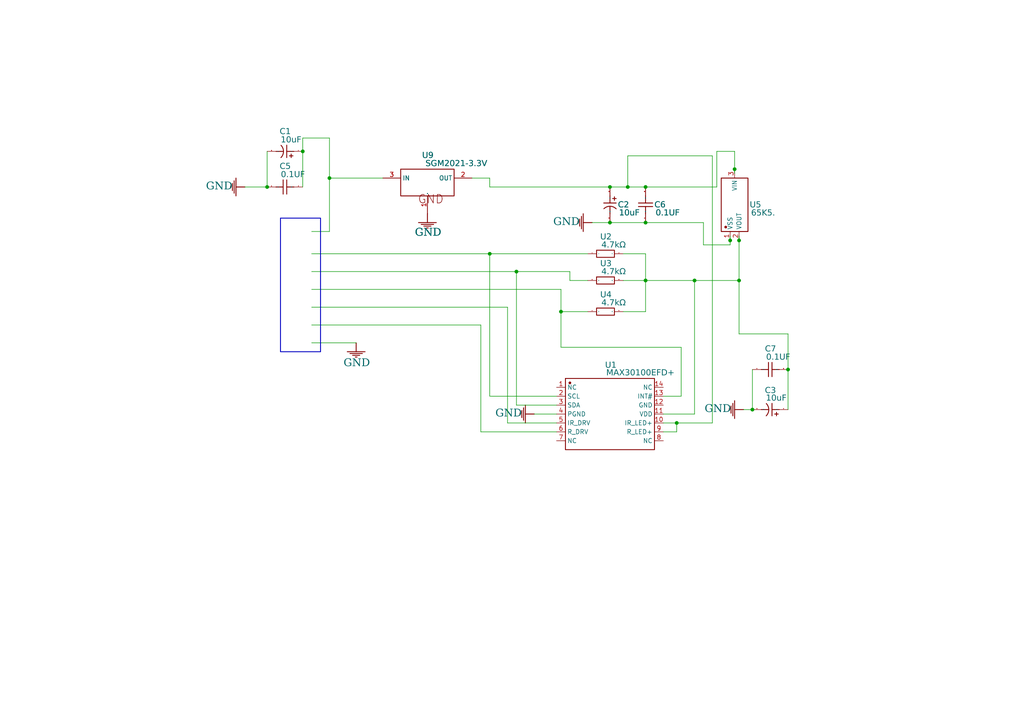
<source format=kicad_sch>
(kicad_sch
	(version 20231120)
	(generator "eeschema")
	(generator_version "8.0")
	(uuid "eb8fcd8c-e7d0-4698-a70f-423d5b662554")
	(paper "User" 292.1 205.105)
	(lib_symbols
		(symbol "250V 0.1UF 5% CBBCapacitor"
			(exclude_from_sim no)
			(in_bom yes)
			(on_board yes)
			(property "Reference" "C5"
				(at -1.4986 6.7691 0)
				(effects
					(font
						(face "Arial")
						(size 1.6891 1.6891)
					)
					(justify left top)
				)
			)
			(property "Value" "0.1UF"
				(at -1.4986 4.4831 0)
				(effects
					(font
						(face "Arial")
						(size 1.6891 1.6891)
					)
					(justify left top)
				)
			)
			(property "Footprint" ""
				(at 0 0 0)
				(effects
					(font
						(size 1.27 1.27)
					)
					(hide yes)
				)
			)
			(property "Datasheet" ""
				(at 0 0 0)
				(effects
					(font
						(size 1.27 1.27)
					)
					(hide yes)
				)
			)
			(property "Description" ""
				(at 0 0 0)
				(effects
					(font
						(size 1.27 1.27)
					)
					(hide yes)
				)
			)
			(symbol "250V 0.1UF 5% CBBCapacitor_0_0"
				(polyline
					(pts
						(xy -0.508 -2.032) (xy -0.508 2.032)
					)
					(stroke
						(width 0.254)
						(type solid)
					)
					(fill
						(type none)
					)
				)
				(polyline
					(pts
						(xy -0.508 0) (xy -2.54 0)
					)
					(stroke
						(width 0.254)
						(type solid)
					)
					(fill
						(type none)
					)
				)
				(polyline
					(pts
						(xy 0.508 2.032) (xy 0.508 -2.032)
					)
					(stroke
						(width 0.254)
						(type solid)
					)
					(fill
						(type none)
					)
				)
				(polyline
					(pts
						(xy 2.54 0) (xy 0.508 0)
					)
					(stroke
						(width 0.254)
						(type solid)
					)
					(fill
						(type none)
					)
				)
				(pin unspecified line
					(at -5.08 0 0)
					(length 2.54)
					(name "1"
						(effects
							(font
								(size 0.0254 0.0254)
							)
						)
					)
					(number "1"
						(effects
							(font
								(size 0.0254 0.0254)
							)
						)
					)
				)
				(pin unspecified line
					(at 5.08 0 180)
					(length 2.54)
					(name "2"
						(effects
							(font
								(size 0.0254 0.0254)
							)
						)
					)
					(number "2"
						(effects
							(font
								(size 0.0254 0.0254)
							)
						)
					)
				)
			)
		)
		(symbol "250V 0.1UF 5% CBBCapacitor_1"
			(exclude_from_sim no)
			(in_bom yes)
			(on_board yes)
			(property "Reference" "C6"
				(at 2.54 0.8763 0)
				(effects
					(font
						(face "Arial")
						(size 1.6891 1.6891)
					)
					(justify left top)
				)
			)
			(property "Value" "0.1UF"
				(at 2.54 -1.3589 0)
				(effects
					(font
						(face "Arial")
						(size 1.6891 1.6891)
					)
					(justify left top)
				)
			)
			(property "Footprint" ""
				(at 0 0 0)
				(effects
					(font
						(size 1.27 1.27)
					)
					(hide yes)
				)
			)
			(property "Datasheet" ""
				(at 0 0 0)
				(effects
					(font
						(size 1.27 1.27)
					)
					(hide yes)
				)
			)
			(property "Description" ""
				(at 0 0 0)
				(effects
					(font
						(size 1.27 1.27)
					)
					(hide yes)
				)
			)
			(symbol "250V 0.1UF 5% CBBCapacitor_1_0_0"
				(polyline
					(pts
						(xy -2.032 0.508) (xy 2.032 0.508)
					)
					(stroke
						(width 0.254)
						(type solid)
					)
					(fill
						(type none)
					)
				)
				(polyline
					(pts
						(xy 0 -0.508) (xy 0 -2.54)
					)
					(stroke
						(width 0.254)
						(type solid)
					)
					(fill
						(type none)
					)
				)
				(polyline
					(pts
						(xy 0 2.54) (xy 0 0.508)
					)
					(stroke
						(width 0.254)
						(type solid)
					)
					(fill
						(type none)
					)
				)
				(polyline
					(pts
						(xy 2.032 -0.508) (xy -2.032 -0.508)
					)
					(stroke
						(width 0.254)
						(type solid)
					)
					(fill
						(type none)
					)
				)
				(pin unspecified line
					(at 0 -5.08 90)
					(length 2.54)
					(name "1"
						(effects
							(font
								(size 0.0254 0.0254)
							)
						)
					)
					(number "1"
						(effects
							(font
								(size 0.0254 0.0254)
							)
						)
					)
				)
				(pin unspecified line
					(at 0 5.08 270)
					(length 2.54)
					(name "2"
						(effects
							(font
								(size 0.0254 0.0254)
							)
						)
					)
					(number "2"
						(effects
							(font
								(size 0.0254 0.0254)
							)
						)
					)
				)
			)
		)
		(symbol "250V 0.1UF 5% CBBCapacitor_2"
			(exclude_from_sim no)
			(in_bom yes)
			(on_board yes)
			(property "Reference" "C7"
				(at -1.4986 6.7691 0)
				(effects
					(font
						(face "Arial")
						(size 1.6891 1.6891)
					)
					(justify left top)
				)
			)
			(property "Value" "0.1UF"
				(at -1.4986 4.4831 0)
				(effects
					(font
						(face "Arial")
						(size 1.6891 1.6891)
					)
					(justify left top)
				)
			)
			(property "Footprint" ""
				(at 0 0 0)
				(effects
					(font
						(size 1.27 1.27)
					)
					(hide yes)
				)
			)
			(property "Datasheet" ""
				(at 0 0 0)
				(effects
					(font
						(size 1.27 1.27)
					)
					(hide yes)
				)
			)
			(property "Description" ""
				(at 0 0 0)
				(effects
					(font
						(size 1.27 1.27)
					)
					(hide yes)
				)
			)
			(symbol "250V 0.1UF 5% CBBCapacitor_2_0_0"
				(polyline
					(pts
						(xy -0.508 -2.032) (xy -0.508 2.032)
					)
					(stroke
						(width 0.254)
						(type solid)
					)
					(fill
						(type none)
					)
				)
				(polyline
					(pts
						(xy -0.508 0) (xy -2.54 0)
					)
					(stroke
						(width 0.254)
						(type solid)
					)
					(fill
						(type none)
					)
				)
				(polyline
					(pts
						(xy 0.508 2.032) (xy 0.508 -2.032)
					)
					(stroke
						(width 0.254)
						(type solid)
					)
					(fill
						(type none)
					)
				)
				(polyline
					(pts
						(xy 2.54 0) (xy 0.508 0)
					)
					(stroke
						(width 0.254)
						(type solid)
					)
					(fill
						(type none)
					)
				)
				(pin unspecified line
					(at -5.08 0 0)
					(length 2.54)
					(name "1"
						(effects
							(font
								(size 0.0254 0.0254)
							)
						)
					)
					(number "1"
						(effects
							(font
								(size 0.0254 0.0254)
							)
						)
					)
				)
				(pin unspecified line
					(at 5.08 0 180)
					(length 2.54)
					(name "2"
						(effects
							(font
								(size 0.0254 0.0254)
							)
						)
					)
					(number "2"
						(effects
							(font
								(size 0.0254 0.0254)
							)
						)
					)
				)
			)
		)
		(symbol "65K5."
			(exclude_from_sim no)
			(in_bom yes)
			(on_board yes)
			(property "Reference" "U5"
				(at 4.318 0.8763 0)
				(effects
					(font
						(face "Arial")
						(size 1.6891 1.6891)
					)
					(justify left top)
				)
			)
			(property "Value" "65K5."
				(at 4.318 -1.3843 0)
				(effects
					(font
						(face "Arial")
						(size 1.6891 1.6891)
					)
					(justify left top)
				)
			)
			(property "Footprint" ""
				(at 0 0 0)
				(effects
					(font
						(size 1.27 1.27)
					)
					(hide yes)
				)
			)
			(property "Datasheet" ""
				(at 0 0 0)
				(effects
					(font
						(size 1.27 1.27)
					)
					(hide yes)
				)
			)
			(property "Description" ""
				(at 0 0 0)
				(effects
					(font
						(size 1.27 1.27)
					)
					(hide yes)
				)
			)
			(symbol "65K5._0_0"
				(rectangle
					(start -3.81 7.62)
					(end 3.81 -7.62)
					(stroke
						(width 0.254)
						(type solid)
					)
					(fill
						(type none)
					)
				)
				(circle
					(center -2.54 -6.35)
					(radius 0.254)
					(stroke
						(width 0.254)
						(type solid)
					)
					(fill
						(type outline)
					)
				)
				(pin unspecified line
					(at -1.27 -10.16 90)
					(length 2.54)
					(name "VSS"
						(effects
							(font
								(size 1.27 1.27)
							)
						)
					)
					(number "1"
						(effects
							(font
								(size 1.27 1.27)
							)
						)
					)
				)
				(pin unspecified line
					(at 1.27 -10.16 90)
					(length 2.54)
					(name "VOUT"
						(effects
							(font
								(size 1.27 1.27)
							)
						)
					)
					(number "2"
						(effects
							(font
								(size 1.27 1.27)
							)
						)
					)
				)
				(pin unspecified line
					(at 0 10.16 270)
					(length 2.54)
					(name "VIN"
						(effects
							(font
								(size 1.27 1.27)
							)
						)
					)
					(number "3"
						(effects
							(font
								(size 1.27 1.27)
							)
						)
					)
				)
			)
		)
		(symbol "CA45A-P-6.3V-10UF-K"
			(exclude_from_sim no)
			(in_bom yes)
			(on_board yes)
			(property "Reference" "C1"
				(at -1.4986 6.5405 0)
				(effects
					(font
						(face "Arial")
						(size 1.6891 1.6891)
					)
					(justify left top)
				)
			)
			(property "Value" "10uF"
				(at -1.4986 4.2291 0)
				(effects
					(font
						(face "Arial")
						(size 1.6891 1.6891)
					)
					(justify left top)
				)
			)
			(property "Footprint" ""
				(at 0 0 0)
				(effects
					(font
						(size 1.27 1.27)
					)
					(hide yes)
				)
			)
			(property "Datasheet" ""
				(at 0 0 0)
				(effects
					(font
						(size 1.27 1.27)
					)
					(hide yes)
				)
			)
			(property "Description" ""
				(at 0 0 0)
				(effects
					(font
						(size 1.27 1.27)
					)
					(hide yes)
				)
			)
			(symbol "CA45A-P-6.3V-10UF-K_0_0"
				(arc
					(start -1.143 -1.778)
					(mid -0.4141 -0.0272)
					(end -1.1176 1.7272)
					(stroke
						(width 0.254)
						(type solid)
					)
					(fill
						(type none)
					)
				)
				(polyline
					(pts
						(xy -0.508 0) (xy -2.54 0)
					)
					(stroke
						(width 0.254)
						(type solid)
					)
					(fill
						(type none)
					)
				)
				(polyline
					(pts
						(xy 0.508 -1.778) (xy 0.508 1.778)
					)
					(stroke
						(width 0.254)
						(type solid)
					)
					(fill
						(type none)
					)
				)
				(polyline
					(pts
						(xy 1.778 -1.778) (xy 1.778 -0.762)
					)
					(stroke
						(width 0.254)
						(type solid)
					)
					(fill
						(type none)
					)
				)
				(polyline
					(pts
						(xy 2.286 -1.27) (xy 1.27 -1.27)
					)
					(stroke
						(width 0.254)
						(type solid)
					)
					(fill
						(type none)
					)
				)
				(polyline
					(pts
						(xy 2.54 0) (xy 0.508 0)
					)
					(stroke
						(width 0.254)
						(type solid)
					)
					(fill
						(type none)
					)
				)
				(pin input line
					(at 5.08 0 180)
					(length 2.54)
					(name "1"
						(effects
							(font
								(size 0.0254 0.0254)
							)
						)
					)
					(number "1"
						(effects
							(font
								(size 0.0254 0.0254)
							)
						)
					)
				)
				(pin input line
					(at -5.08 0 0)
					(length 2.54)
					(name "2"
						(effects
							(font
								(size 0.0254 0.0254)
							)
						)
					)
					(number "2"
						(effects
							(font
								(size 0.0254 0.0254)
							)
						)
					)
				)
			)
		)
		(symbol "CA45A-P-6.3V-10UF-K_1"
			(exclude_from_sim no)
			(in_bom yes)
			(on_board yes)
			(property "Reference" "C2"
				(at 2.286 0.8763 0)
				(effects
					(font
						(face "Arial")
						(size 1.6891 1.6891)
					)
					(justify left top)
				)
			)
			(property "Value" "10uF"
				(at 2.286 -1.3589 0)
				(effects
					(font
						(face "Arial")
						(size 1.6891 1.6891)
					)
					(justify left top)
				)
			)
			(property "Footprint" ""
				(at 0 0 0)
				(effects
					(font
						(size 1.27 1.27)
					)
					(hide yes)
				)
			)
			(property "Datasheet" ""
				(at 0 0 0)
				(effects
					(font
						(size 1.27 1.27)
					)
					(hide yes)
				)
			)
			(property "Description" ""
				(at 0 0 0)
				(effects
					(font
						(size 1.27 1.27)
					)
					(hide yes)
				)
			)
			(symbol "CA45A-P-6.3V-10UF-K_1_0_0"
				(polyline
					(pts
						(xy 0 -0.508) (xy 0 -2.54)
					)
					(stroke
						(width 0.254)
						(type solid)
					)
					(fill
						(type none)
					)
				)
				(polyline
					(pts
						(xy 0 2.54) (xy 0 0.508)
					)
					(stroke
						(width 0.254)
						(type solid)
					)
					(fill
						(type none)
					)
				)
				(polyline
					(pts
						(xy 1.27 2.286) (xy 1.27 1.27)
					)
					(stroke
						(width 0.254)
						(type solid)
					)
					(fill
						(type none)
					)
				)
				(polyline
					(pts
						(xy 1.778 0.508) (xy -1.778 0.508)
					)
					(stroke
						(width 0.254)
						(type solid)
					)
					(fill
						(type none)
					)
				)
				(polyline
					(pts
						(xy 1.778 1.778) (xy 0.762 1.778)
					)
					(stroke
						(width 0.254)
						(type solid)
					)
					(fill
						(type none)
					)
				)
				(arc
					(start 1.778 -1.143)
					(mid 0.0272 -0.4141)
					(end -1.7272 -1.1176)
					(stroke
						(width 0.254)
						(type solid)
					)
					(fill
						(type none)
					)
				)
				(pin input line
					(at 0 5.08 270)
					(length 2.54)
					(name "1"
						(effects
							(font
								(size 0.0254 0.0254)
							)
						)
					)
					(number "1"
						(effects
							(font
								(size 0.0254 0.0254)
							)
						)
					)
				)
				(pin input line
					(at 0 -5.08 90)
					(length 2.54)
					(name "2"
						(effects
							(font
								(size 0.0254 0.0254)
							)
						)
					)
					(number "2"
						(effects
							(font
								(size 0.0254 0.0254)
							)
						)
					)
				)
			)
		)
		(symbol "CA45A-P-6.3V-10UF-K_2"
			(exclude_from_sim no)
			(in_bom yes)
			(on_board yes)
			(property "Reference" "C3"
				(at -1.524 6.3373 0)
				(effects
					(font
						(face "Arial")
						(size 1.6891 1.6891)
					)
					(justify left top)
				)
			)
			(property "Value" "10uF"
				(at -1.524 4.2291 0)
				(effects
					(font
						(face "Arial")
						(size 1.6891 1.6891)
					)
					(justify left top)
				)
			)
			(property "Footprint" ""
				(at 0 0 0)
				(effects
					(font
						(size 1.27 1.27)
					)
					(hide yes)
				)
			)
			(property "Datasheet" ""
				(at 0 0 0)
				(effects
					(font
						(size 1.27 1.27)
					)
					(hide yes)
				)
			)
			(property "Description" ""
				(at 0 0 0)
				(effects
					(font
						(size 1.27 1.27)
					)
					(hide yes)
				)
			)
			(symbol "CA45A-P-6.3V-10UF-K_2_0_0"
				(arc
					(start -1.143 -1.778)
					(mid -0.4141 -0.0272)
					(end -1.1176 1.7272)
					(stroke
						(width 0.254)
						(type solid)
					)
					(fill
						(type none)
					)
				)
				(polyline
					(pts
						(xy -0.508 0) (xy -2.54 0)
					)
					(stroke
						(width 0.254)
						(type solid)
					)
					(fill
						(type none)
					)
				)
				(polyline
					(pts
						(xy 0.508 -1.778) (xy 0.508 1.778)
					)
					(stroke
						(width 0.254)
						(type solid)
					)
					(fill
						(type none)
					)
				)
				(polyline
					(pts
						(xy 1.778 -1.778) (xy 1.778 -0.762)
					)
					(stroke
						(width 0.254)
						(type solid)
					)
					(fill
						(type none)
					)
				)
				(polyline
					(pts
						(xy 2.286 -1.27) (xy 1.27 -1.27)
					)
					(stroke
						(width 0.254)
						(type solid)
					)
					(fill
						(type none)
					)
				)
				(polyline
					(pts
						(xy 2.54 0) (xy 0.508 0)
					)
					(stroke
						(width 0.254)
						(type solid)
					)
					(fill
						(type none)
					)
				)
				(pin input line
					(at 5.08 0 180)
					(length 2.54)
					(name "1"
						(effects
							(font
								(size 0.0254 0.0254)
							)
						)
					)
					(number "1"
						(effects
							(font
								(size 0.0254 0.0254)
							)
						)
					)
				)
				(pin input line
					(at -5.08 0 0)
					(length 2.54)
					(name "2"
						(effects
							(font
								(size 0.0254 0.0254)
							)
						)
					)
					(number "2"
						(effects
							(font
								(size 0.0254 0.0254)
							)
						)
					)
				)
			)
		)
		(symbol "GND"
			(power)
			(pin_numbers hide)
			(pin_names hide)
			(exclude_from_sim no)
			(in_bom yes)
			(on_board yes)
			(property "Reference" "#PWR"
				(at 0 0 0)
				(effects
					(font
						(size 1.27 1.27)
					)
					(hide yes)
				)
			)
			(property "Value" "GND"
				(at 0 6.35 0)
				(effects
					(font
						(size 1.27 1.27)
					)
				)
			)
			(property "Footprint" ""
				(at 0 0 0)
				(effects
					(font
						(size 1.27 1.27)
					)
					(hide yes)
				)
			)
			(property "Datasheet" ""
				(at 0 0 0)
				(effects
					(font
						(size 1.27 1.27)
					)
					(hide yes)
				)
			)
			(property "Description" "Power symbol creates a global label with name 'GND'"
				(at 0 0 0)
				(effects
					(font
						(size 1.27 1.27)
					)
					(hide yes)
				)
			)
			(property "ki_keywords" "power-flag"
				(at 0 0 0)
				(effects
					(font
						(size 1.27 1.27)
					)
					(hide yes)
				)
			)
			(symbol "GND_0_0"
				(polyline
					(pts
						(xy -2.54 -2.54) (xy 2.54 -2.54)
					)
					(stroke
						(width 0.254)
						(type solid)
					)
					(fill
						(type none)
					)
				)
				(polyline
					(pts
						(xy -1.778 -3.048) (xy 1.778 -3.048)
					)
					(stroke
						(width 0.254)
						(type solid)
					)
					(fill
						(type none)
					)
				)
				(polyline
					(pts
						(xy -1.016 -3.556) (xy 1.016 -3.556)
					)
					(stroke
						(width 0.254)
						(type solid)
					)
					(fill
						(type none)
					)
				)
				(polyline
					(pts
						(xy -0.254 -4.064) (xy 0.254 -4.064)
					)
					(stroke
						(width 0.254)
						(type solid)
					)
					(fill
						(type none)
					)
				)
				(polyline
					(pts
						(xy 0 0) (xy 0 -2.54)
					)
					(stroke
						(width 0.254)
						(type solid)
					)
					(fill
						(type none)
					)
				)
				(pin power_in line
					(at 0 0 270)
					(length 0)
					(name "GND"
						(effects
							(font
								(size 1.27 1.27)
							)
						)
					)
					(number "1"
						(effects
							(font
								(size 1.27 1.27)
							)
						)
					)
				)
			)
		)
		(symbol "MAX30100EFD+"
			(exclude_from_sim no)
			(in_bom yes)
			(on_board yes)
			(property "Reference" "U1"
				(at -1.3716 14.8209 0)
				(effects
					(font
						(face "Arial")
						(size 1.6891 1.6891)
					)
					(justify left top)
				)
			)
			(property "Value" "MAX30100EFD+"
				(at -1.3716 12.7127 0)
				(effects
					(font
						(face "Arial")
						(size 1.6891 1.6891)
					)
					(justify left top)
				)
			)
			(property "Footprint" ""
				(at 0 0 0)
				(effects
					(font
						(size 1.27 1.27)
					)
					(hide yes)
				)
			)
			(property "Datasheet" ""
				(at 0 0 0)
				(effects
					(font
						(size 1.27 1.27)
					)
					(hide yes)
				)
			)
			(property "Description" ""
				(at 0 0 0)
				(effects
					(font
						(size 1.27 1.27)
					)
					(hide yes)
				)
			)
			(symbol "MAX30100EFD+_0_0"
				(rectangle
					(start -12.7 10.16)
					(end 12.7 -10.16)
					(stroke
						(width 0.254)
						(type solid)
					)
					(fill
						(type none)
					)
				)
				(circle
					(center -11.43 8.89)
					(radius 0.254)
					(stroke
						(width 0.254)
						(type solid)
					)
					(fill
						(type outline)
					)
				)
				(pin unspecified line
					(at -15.24 7.62 0)
					(length 2.54)
					(name "NC"
						(effects
							(font
								(size 1.27 1.27)
							)
						)
					)
					(number "1"
						(effects
							(font
								(size 1.27 1.27)
							)
						)
					)
				)
				(pin unspecified line
					(at 15.24 -2.54 180)
					(length 2.54)
					(name "IR_LED+"
						(effects
							(font
								(size 1.27 1.27)
							)
						)
					)
					(number "10"
						(effects
							(font
								(size 1.27 1.27)
							)
						)
					)
				)
				(pin unspecified line
					(at 15.24 0 180)
					(length 2.54)
					(name "VDD"
						(effects
							(font
								(size 1.27 1.27)
							)
						)
					)
					(number "11"
						(effects
							(font
								(size 1.27 1.27)
							)
						)
					)
				)
				(pin unspecified line
					(at 15.24 2.54 180)
					(length 2.54)
					(name "GND"
						(effects
							(font
								(size 1.27 1.27)
							)
						)
					)
					(number "12"
						(effects
							(font
								(size 1.27 1.27)
							)
						)
					)
				)
				(pin unspecified line
					(at 15.24 5.08 180)
					(length 2.54)
					(name "INT#"
						(effects
							(font
								(size 1.27 1.27)
							)
						)
					)
					(number "13"
						(effects
							(font
								(size 1.27 1.27)
							)
						)
					)
				)
				(pin unspecified line
					(at 15.24 7.62 180)
					(length 2.54)
					(name "NC"
						(effects
							(font
								(size 1.27 1.27)
							)
						)
					)
					(number "14"
						(effects
							(font
								(size 1.27 1.27)
							)
						)
					)
				)
				(pin unspecified line
					(at -15.24 5.08 0)
					(length 2.54)
					(name "SCL"
						(effects
							(font
								(size 1.27 1.27)
							)
						)
					)
					(number "2"
						(effects
							(font
								(size 1.27 1.27)
							)
						)
					)
				)
				(pin unspecified line
					(at -15.24 2.54 0)
					(length 2.54)
					(name "SDA"
						(effects
							(font
								(size 1.27 1.27)
							)
						)
					)
					(number "3"
						(effects
							(font
								(size 1.27 1.27)
							)
						)
					)
				)
				(pin unspecified line
					(at -15.24 0 0)
					(length 2.54)
					(name "PGND"
						(effects
							(font
								(size 1.27 1.27)
							)
						)
					)
					(number "4"
						(effects
							(font
								(size 1.27 1.27)
							)
						)
					)
				)
				(pin unspecified line
					(at -15.24 -2.54 0)
					(length 2.54)
					(name "IR_DRV"
						(effects
							(font
								(size 1.27 1.27)
							)
						)
					)
					(number "5"
						(effects
							(font
								(size 1.27 1.27)
							)
						)
					)
				)
				(pin unspecified line
					(at -15.24 -5.08 0)
					(length 2.54)
					(name "R_DRV"
						(effects
							(font
								(size 1.27 1.27)
							)
						)
					)
					(number "6"
						(effects
							(font
								(size 1.27 1.27)
							)
						)
					)
				)
				(pin unspecified line
					(at -15.24 -7.62 0)
					(length 2.54)
					(name "NC"
						(effects
							(font
								(size 1.27 1.27)
							)
						)
					)
					(number "7"
						(effects
							(font
								(size 1.27 1.27)
							)
						)
					)
				)
				(pin unspecified line
					(at 15.24 -7.62 180)
					(length 2.54)
					(name "NC"
						(effects
							(font
								(size 1.27 1.27)
							)
						)
					)
					(number "8"
						(effects
							(font
								(size 1.27 1.27)
							)
						)
					)
				)
				(pin unspecified line
					(at 15.24 -5.08 180)
					(length 2.54)
					(name "R_LED+"
						(effects
							(font
								(size 1.27 1.27)
							)
						)
					)
					(number "9"
						(effects
							(font
								(size 1.27 1.27)
							)
						)
					)
				)
			)
		)
		(symbol "MELF-MFR02041/4WS4.7KΩFT50"
			(exclude_from_sim no)
			(in_bom yes)
			(on_board yes)
			(property "Reference" "U2"
				(at -1.4986 5.7023 0)
				(effects
					(font
						(face "Arial")
						(size 1.6891 1.6891)
					)
					(justify left top)
				)
			)
			(property "Value" "4.7kΩ"
				(at -1.4986 3.4671 0)
				(effects
					(font
						(face "Arial")
						(size 1.6891 1.6891)
					)
					(justify left top)
				)
			)
			(property "Footprint" ""
				(at 0 0 0)
				(effects
					(font
						(size 1.27 1.27)
					)
					(hide yes)
				)
			)
			(property "Datasheet" ""
				(at 0 0 0)
				(effects
					(font
						(size 1.27 1.27)
					)
					(hide yes)
				)
			)
			(property "Description" ""
				(at 0 0 0)
				(effects
					(font
						(size 1.27 1.27)
					)
					(hide yes)
				)
			)
			(symbol "MELF-MFR02041/4WS4.7KΩFT50_0_0"
				(rectangle
					(start -2.54 1.016)
					(end 2.54 -1.016)
					(stroke
						(width 0.254)
						(type solid)
					)
					(fill
						(type none)
					)
				)
				(pin unspecified line
					(at -5.08 0 0)
					(length 2.54)
					(name "1"
						(effects
							(font
								(size 0.0254 0.0254)
							)
						)
					)
					(number "1"
						(effects
							(font
								(size 0.0254 0.0254)
							)
						)
					)
				)
				(pin unspecified line
					(at 5.08 0 180)
					(length 2.54)
					(name "2"
						(effects
							(font
								(size 0.0254 0.0254)
							)
						)
					)
					(number "2"
						(effects
							(font
								(size 0.0254 0.0254)
							)
						)
					)
				)
			)
		)
		(symbol "MELF-MFR02041/4WS4.7KΩFT50_1"
			(exclude_from_sim no)
			(in_bom yes)
			(on_board yes)
			(property "Reference" "U3"
				(at -1.4986 5.7023 0)
				(effects
					(font
						(face "Arial")
						(size 1.6891 1.6891)
					)
					(justify left top)
				)
			)
			(property "Value" "4.7kΩ"
				(at -1.4986 3.4671 0)
				(effects
					(font
						(face "Arial")
						(size 1.6891 1.6891)
					)
					(justify left top)
				)
			)
			(property "Footprint" ""
				(at 0 0 0)
				(effects
					(font
						(size 1.27 1.27)
					)
					(hide yes)
				)
			)
			(property "Datasheet" ""
				(at 0 0 0)
				(effects
					(font
						(size 1.27 1.27)
					)
					(hide yes)
				)
			)
			(property "Description" ""
				(at 0 0 0)
				(effects
					(font
						(size 1.27 1.27)
					)
					(hide yes)
				)
			)
			(symbol "MELF-MFR02041/4WS4.7KΩFT50_1_0_0"
				(rectangle
					(start -2.54 1.016)
					(end 2.54 -1.016)
					(stroke
						(width 0.254)
						(type solid)
					)
					(fill
						(type none)
					)
				)
				(pin unspecified line
					(at -5.08 0 0)
					(length 2.54)
					(name "1"
						(effects
							(font
								(size 0.0254 0.0254)
							)
						)
					)
					(number "1"
						(effects
							(font
								(size 0.0254 0.0254)
							)
						)
					)
				)
				(pin unspecified line
					(at 5.08 0 180)
					(length 2.54)
					(name "2"
						(effects
							(font
								(size 0.0254 0.0254)
							)
						)
					)
					(number "2"
						(effects
							(font
								(size 0.0254 0.0254)
							)
						)
					)
				)
			)
		)
		(symbol "MELF-MFR02041/4WS4.7KΩFT50_2"
			(exclude_from_sim no)
			(in_bom yes)
			(on_board yes)
			(property "Reference" "U4"
				(at -1.4986 5.7023 0)
				(effects
					(font
						(face "Arial")
						(size 1.6891 1.6891)
					)
					(justify left top)
				)
			)
			(property "Value" "4.7kΩ"
				(at -1.4986 3.4671 0)
				(effects
					(font
						(face "Arial")
						(size 1.6891 1.6891)
					)
					(justify left top)
				)
			)
			(property "Footprint" ""
				(at 0 0 0)
				(effects
					(font
						(size 1.27 1.27)
					)
					(hide yes)
				)
			)
			(property "Datasheet" ""
				(at 0 0 0)
				(effects
					(font
						(size 1.27 1.27)
					)
					(hide yes)
				)
			)
			(property "Description" ""
				(at 0 0 0)
				(effects
					(font
						(size 1.27 1.27)
					)
					(hide yes)
				)
			)
			(symbol "MELF-MFR02041/4WS4.7KΩFT50_2_0_0"
				(rectangle
					(start -2.54 1.016)
					(end 2.54 -1.016)
					(stroke
						(width 0.254)
						(type solid)
					)
					(fill
						(type none)
					)
				)
				(pin unspecified line
					(at -5.08 0 0)
					(length 2.54)
					(name "1"
						(effects
							(font
								(size 0.0254 0.0254)
							)
						)
					)
					(number "1"
						(effects
							(font
								(size 0.0254 0.0254)
							)
						)
					)
				)
				(pin unspecified line
					(at 5.08 0 180)
					(length 2.54)
					(name "2"
						(effects
							(font
								(size 0.0254 0.0254)
							)
						)
					)
					(number "2"
						(effects
							(font
								(size 0.0254 0.0254)
							)
						)
					)
				)
			)
		)
		(symbol "SGM2021-3.3V"
			(exclude_from_sim no)
			(in_bom yes)
			(on_board yes)
			(property "Reference" "U9"
				(at -1.4986 9.8933 0)
				(effects
					(font
						(face "Arial")
						(size 1.6891 1.6891)
					)
					(justify left top)
				)
			)
			(property "Value" "SGM2021-3.3V"
				(at -1.4986 7.6327 0)
				(effects
					(font
						(face "Arial")
						(size 1.6891 1.6891)
					)
					(justify left top)
				)
			)
			(property "Footprint" ""
				(at 0 0 0)
				(effects
					(font
						(size 1.27 1.27)
					)
					(hide yes)
				)
			)
			(property "Datasheet" ""
				(at 0 0 0)
				(effects
					(font
						(size 1.27 1.27)
					)
					(hide yes)
				)
			)
			(property "Description" ""
				(at 0 0 0)
				(effects
					(font
						(size 1.27 1.27)
					)
					(hide yes)
				)
			)
			(symbol "SGM2021-3.3V_0_0"
				(rectangle
					(start -7.62 5.08)
					(end 7.62 -2.54)
					(stroke
						(width 0.254)
						(type solid)
					)
					(fill
						(type none)
					)
				)
				(text "GND"
					(at -2.794 -2.032 0)
					(effects
						(font
							(face "KiCad Font")
							(size 2.413 2.413)
						)
						(justify left top)
					)
				)
				(pin passive line
					(at 0 -7.62 90)
					(length 5.08)
					(name "GND"
						(effects
							(font
								(size 0.0254 0.0254)
							)
						)
					)
					(number "1"
						(effects
							(font
								(size 1.27 1.27)
							)
						)
					)
				)
				(pin passive line
					(at 12.7 2.54 180)
					(length 5.08)
					(name "OUT"
						(effects
							(font
								(size 1.27 1.27)
							)
						)
					)
					(number "2"
						(effects
							(font
								(size 1.27 1.27)
							)
						)
					)
				)
				(pin passive line
					(at -12.7 2.54 0)
					(length 5.08)
					(name "IN"
						(effects
							(font
								(size 1.27 1.27)
							)
						)
					)
					(number "3"
						(effects
							(font
								(size 1.27 1.27)
							)
						)
					)
				)
			)
		)
	)
	(junction
		(at 184.15 80.01)
		(diameter 0)
		(color 0 0 0 0)
		(uuid "00d14c9c-ce9c-4f7f-8b94-09d45d2f1a8d")
	)
	(junction
		(at 86.36 43.18)
		(diameter 0)
		(color 0 0 0 0)
		(uuid "0f31316f-ec8a-46c2-81b7-d7a41d05e1ac")
	)
	(junction
		(at 208.28 68.58)
		(diameter 0)
		(color 0 0 0 0)
		(uuid "1102baed-3f86-4059-8a6b-c7119694273d")
	)
	(junction
		(at 198.12 80.01)
		(diameter 0)
		(color 0 0 0 0)
		(uuid "26324eb8-df81-4460-b2d7-c0ca4ea57474")
	)
	(junction
		(at 210.82 68.58)
		(diameter 0)
		(color 0 0 0 0)
		(uuid "2cea680c-2056-4a54-8487-e9c2a88e5d05")
	)
	(junction
		(at 210.82 80.01)
		(diameter 0)
		(color 0 0 0 0)
		(uuid "2e512344-d4f2-46b3-a299-86f5793effaa")
	)
	(junction
		(at 214.63 116.84)
		(diameter 0)
		(color 0 0 0 0)
		(uuid "3a1504d4-5f85-4a59-9603-3c4e0fc4f1e9")
	)
	(junction
		(at 139.7 72.39)
		(diameter 0)
		(color 0 0 0 0)
		(uuid "55617603-de96-43cc-b6c5-e1d5e398d6d7")
	)
	(junction
		(at 209.55 48.26)
		(diameter 0)
		(color 0 0 0 0)
		(uuid "5741217e-e382-421e-b485-3c9faa672bb0")
	)
	(junction
		(at 179.07 53.34)
		(diameter 0)
		(color 0 0 0 0)
		(uuid "6cc6e421-575c-4022-9508-70fede25e62a")
	)
	(junction
		(at 184.15 53.34)
		(diameter 0)
		(color 0 0 0 0)
		(uuid "70394a9e-2536-4d6c-bcbb-84aa65b63cb8")
	)
	(junction
		(at 224.79 105.41)
		(diameter 0)
		(color 0 0 0 0)
		(uuid "792eaa71-d8de-483e-a73e-23b3045a923a")
	)
	(junction
		(at 76.2 53.34)
		(diameter 0)
		(color 0 0 0 0)
		(uuid "80b8b647-ebda-4765-b6a1-02cd028ff9e7")
	)
	(junction
		(at 173.99 63.5)
		(diameter 0)
		(color 0 0 0 0)
		(uuid "970685c8-5a96-4fd7-a70c-7831f8c96b66")
	)
	(junction
		(at 93.98 50.8)
		(diameter 0)
		(color 0 0 0 0)
		(uuid "99bab6a0-a92b-44f5-b591-eaf925ca7582")
	)
	(junction
		(at 193.04 120.65)
		(diameter 0)
		(color 0 0 0 0)
		(uuid "a15a799a-5924-4112-90b4-22a0ea713f2a")
	)
	(junction
		(at 184.15 63.5)
		(diameter 0)
		(color 0 0 0 0)
		(uuid "a7430c1d-b4d4-4027-a013-084271383bcc")
	)
	(junction
		(at 160.02 88.9)
		(diameter 0)
		(color 0 0 0 0)
		(uuid "a7471b6a-e732-4bb3-8364-9608d989e775")
	)
	(junction
		(at 173.99 53.34)
		(diameter 0)
		(color 0 0 0 0)
		(uuid "abcae12a-78c2-48a9-b261-49491aee3677")
	)
	(junction
		(at 147.32 77.47)
		(diameter 0)
		(color 0 0 0 0)
		(uuid "cba20a22-52b4-427a-94c6-bd10d01f503f")
	)
	(wire
		(pts
			(xy 200.66 63.5) (xy 184.15 63.5)
		)
		(stroke
			(width 0)
			(type default)
		)
		(uuid "017e0840-2df7-4caa-b7c4-851831f73123")
	)
	(wire
		(pts
			(xy 194.31 99.06) (xy 194.31 113.03)
		)
		(stroke
			(width 0)
			(type default)
		)
		(uuid "1080f3c4-4260-468c-a478-8d416620dba9")
	)
	(wire
		(pts
			(xy 189.23 123.19) (xy 193.04 123.19)
		)
		(stroke
			(width 0)
			(type default)
		)
		(uuid "14a84e19-7a5b-4c55-8353-fe9f34856937")
	)
	(wire
		(pts
			(xy 184.15 53.34) (xy 204.47 53.34)
		)
		(stroke
			(width 0)
			(type default)
		)
		(uuid "166fce69-2b7c-43f5-80ee-fdf1fb9cff9e")
	)
	(wire
		(pts
			(xy 200.66 69.85) (xy 200.66 63.5)
		)
		(stroke
			(width 0)
			(type default)
		)
		(uuid "1691c9c2-c67f-437e-80bc-95d67838f70a")
	)
	(wire
		(pts
			(xy 209.55 43.18) (xy 209.55 48.26)
		)
		(stroke
			(width 0)
			(type default)
		)
		(uuid "1bdcaa99-4422-43cd-bc02-89c7502313dd")
	)
	(wire
		(pts
			(xy 88.9 82.55) (xy 160.02 82.55)
		)
		(stroke
			(width 0)
			(type default)
		)
		(uuid "1d40d7f6-7696-47db-a92b-61a6d4244765")
	)
	(wire
		(pts
			(xy 86.36 43.18) (xy 86.36 53.34)
		)
		(stroke
			(width 0)
			(type default)
		)
		(uuid "1f5e9408-6d9f-46a2-ac7c-786bdfe43da7")
	)
	(wire
		(pts
			(xy 189.23 120.65) (xy 193.04 120.65)
		)
		(stroke
			(width 0)
			(type default)
		)
		(uuid "227771ad-5485-47d7-a285-ae43e83a70d6")
	)
	(wire
		(pts
			(xy 88.9 92.71) (xy 137.16 92.71)
		)
		(stroke
			(width 0)
			(type default)
		)
		(uuid "262a599e-57f3-4c6d-b38d-621a08790e9d")
	)
	(wire
		(pts
			(xy 88.9 66.04) (xy 93.98 66.04)
		)
		(stroke
			(width 0)
			(type default)
		)
		(uuid "28fafb1c-02f3-4069-84b1-b7b03b02e1de")
	)
	(wire
		(pts
			(xy 208.28 68.58) (xy 208.28 69.85)
		)
		(stroke
			(width 0)
			(type default)
		)
		(uuid "29f5da49-000d-4170-92c2-5c41c768cbf8")
	)
	(wire
		(pts
			(xy 88.9 87.63) (xy 144.78 87.63)
		)
		(stroke
			(width 0)
			(type default)
		)
		(uuid "2c17b99e-94ba-460b-b941-ed0def8ec1a8")
	)
	(wire
		(pts
			(xy 76.2 53.34) (xy 76.2 43.18)
		)
		(stroke
			(width 0)
			(type default)
		)
		(uuid "40875f67-8da6-47a0-9ef6-5bd6cb836074")
	)
	(wire
		(pts
			(xy 88.9 97.79) (xy 101.6 97.79)
		)
		(stroke
			(width 0)
			(type default)
		)
		(uuid "47c8470c-cd90-4d0f-8a39-34c16a88746b")
	)
	(wire
		(pts
			(xy 160.02 99.06) (xy 194.31 99.06)
		)
		(stroke
			(width 0)
			(type default)
		)
		(uuid "4a0403bf-31e2-4f7a-b5a9-107e39c62855")
	)
	(wire
		(pts
			(xy 88.9 77.47) (xy 147.32 77.47)
		)
		(stroke
			(width 0)
			(type default)
		)
		(uuid "4c09f74f-433d-4e23-b174-90b5d41956ee")
	)
	(wire
		(pts
			(xy 210.82 95.25) (xy 210.82 80.01)
		)
		(stroke
			(width 0)
			(type default)
		)
		(uuid "4f1fcd9b-fa1c-4f99-84bc-15d96994c385")
	)
	(wire
		(pts
			(xy 208.28 69.85) (xy 200.66 69.85)
		)
		(stroke
			(width 0)
			(type default)
		)
		(uuid "4fa870dc-0d4b-4a69-95a2-663e91749de2")
	)
	(wire
		(pts
			(xy 210.82 68.58) (xy 210.82 80.01)
		)
		(stroke
			(width 0)
			(type default)
		)
		(uuid "555db252-d463-45ae-b04e-5b5b050df1e2")
	)
	(wire
		(pts
			(xy 184.15 88.9) (xy 184.15 80.01)
		)
		(stroke
			(width 0)
			(type default)
		)
		(uuid "5c2ac741-afb5-463a-a067-fde742fe0df6")
	)
	(wire
		(pts
			(xy 179.07 53.34) (xy 184.15 53.34)
		)
		(stroke
			(width 0)
			(type default)
		)
		(uuid "5cc00786-439f-490c-a224-918742408964")
	)
	(wire
		(pts
			(xy 203.2 44.45) (xy 179.07 44.45)
		)
		(stroke
			(width 0)
			(type default)
		)
		(uuid "60a3fb3f-aba7-44d3-a7ba-17effccff0be")
	)
	(wire
		(pts
			(xy 193.04 123.19) (xy 193.04 120.65)
		)
		(stroke
			(width 0)
			(type default)
		)
		(uuid "6bc6b451-2f0a-4d8f-986c-69ce2443d1e3")
	)
	(wire
		(pts
			(xy 177.8 72.39) (xy 184.15 72.39)
		)
		(stroke
			(width 0)
			(type default)
		)
		(uuid "6bf509ff-ede5-4201-b213-3991f6a8d974")
	)
	(wire
		(pts
			(xy 147.32 115.57) (xy 147.32 77.47)
		)
		(stroke
			(width 0)
			(type default)
		)
		(uuid "6f421f0b-48af-4b05-b65f-31717f48f41e")
	)
	(wire
		(pts
			(xy 198.12 80.01) (xy 184.15 80.01)
		)
		(stroke
			(width 0)
			(type default)
		)
		(uuid "6f49a7cd-b4a4-4a4c-ac24-38a2e6910200")
	)
	(wire
		(pts
			(xy 162.56 80.01) (xy 167.64 80.01)
		)
		(stroke
			(width 0)
			(type default)
		)
		(uuid "71345ea1-f163-49f7-ac7f-8bbc10528ea0")
	)
	(wire
		(pts
			(xy 214.63 116.84) (xy 214.63 105.41)
		)
		(stroke
			(width 0)
			(type default)
		)
		(uuid "71a98bed-7026-4989-a2a7-dd932277ad87")
	)
	(wire
		(pts
			(xy 209.55 48.26) (xy 209.55 49.53)
		)
		(stroke
			(width 0)
			(type default)
		)
		(uuid "73023bca-6e69-4693-97d5-f4dba1212fe6")
	)
	(wire
		(pts
			(xy 167.64 88.9) (xy 160.02 88.9)
		)
		(stroke
			(width 0)
			(type default)
		)
		(uuid "75023a24-a2ae-4ed9-9590-4136e97ad94c")
	)
	(wire
		(pts
			(xy 203.2 120.65) (xy 203.2 44.45)
		)
		(stroke
			(width 0)
			(type default)
		)
		(uuid "795cff1e-3a85-4517-9913-441157ffaefb")
	)
	(wire
		(pts
			(xy 69.85 53.34) (xy 76.2 53.34)
		)
		(stroke
			(width 0)
			(type default)
		)
		(uuid "7c56c05a-13e7-471a-8fd5-92068e2e21ee")
	)
	(wire
		(pts
			(xy 210.82 67.31) (xy 210.82 68.58)
		)
		(stroke
			(width 0)
			(type default)
		)
		(uuid "7f85a394-ce53-42ef-9683-8edb7c16851c")
	)
	(wire
		(pts
			(xy 177.8 88.9) (xy 184.15 88.9)
		)
		(stroke
			(width 0)
			(type default)
		)
		(uuid "7fabdfd0-16d8-4afd-8e1f-b8c4074c5476")
	)
	(wire
		(pts
			(xy 204.47 43.18) (xy 209.55 43.18)
		)
		(stroke
			(width 0)
			(type default)
		)
		(uuid "813a4a8e-25cd-44bb-a47e-da4dfb23a491")
	)
	(wire
		(pts
			(xy 193.04 120.65) (xy 203.2 120.65)
		)
		(stroke
			(width 0)
			(type default)
		)
		(uuid "819d60eb-6c2b-4cec-82e6-226a95309639")
	)
	(wire
		(pts
			(xy 177.8 80.01) (xy 184.15 80.01)
		)
		(stroke
			(width 0)
			(type default)
		)
		(uuid "839b7985-2032-4dde-8021-f2ad756f7a73")
	)
	(wire
		(pts
			(xy 144.78 120.65) (xy 158.75 120.65)
		)
		(stroke
			(width 0)
			(type default)
		)
		(uuid "83c445f3-47a6-4f30-afa3-68aacdf33804")
	)
	(wire
		(pts
			(xy 86.36 39.37) (xy 93.98 39.37)
		)
		(stroke
			(width 0)
			(type default)
		)
		(uuid "84d38309-d845-455f-9817-0e518be35ca7")
	)
	(wire
		(pts
			(xy 137.16 123.19) (xy 158.75 123.19)
		)
		(stroke
			(width 0)
			(type default)
		)
		(uuid "85745c9b-d2a2-448e-82b5-2f26d21cc35f")
	)
	(wire
		(pts
			(xy 139.7 50.8) (xy 139.7 53.34)
		)
		(stroke
			(width 0)
			(type default)
		)
		(uuid "88690299-9a18-4a44-b4da-88eb9958b11d")
	)
	(wire
		(pts
			(xy 160.02 82.55) (xy 160.02 88.9)
		)
		(stroke
			(width 0)
			(type default)
		)
		(uuid "8940e860-2a23-4f87-9b49-fb59ff10ff84")
	)
	(wire
		(pts
			(xy 93.98 50.8) (xy 93.98 66.04)
		)
		(stroke
			(width 0)
			(type default)
		)
		(uuid "8da51165-382f-4717-9c73-eccc0a4ba7b2")
	)
	(wire
		(pts
			(xy 184.15 72.39) (xy 184.15 80.01)
		)
		(stroke
			(width 0)
			(type default)
		)
		(uuid "912a2ee5-fdf6-4ed9-84e3-d147d3de6a34")
	)
	(wire
		(pts
			(xy 194.31 113.03) (xy 189.23 113.03)
		)
		(stroke
			(width 0)
			(type default)
		)
		(uuid "969ba1f7-6c6e-4e49-af98-ecaa2a378e0f")
	)
	(wire
		(pts
			(xy 139.7 113.03) (xy 158.75 113.03)
		)
		(stroke
			(width 0)
			(type default)
		)
		(uuid "97333a5c-9fb0-40ea-bf16-0f3ed2ef0ac7")
	)
	(wire
		(pts
			(xy 179.07 44.45) (xy 179.07 53.34)
		)
		(stroke
			(width 0)
			(type default)
		)
		(uuid "9756c150-9728-470b-9974-57602f3b73d0")
	)
	(wire
		(pts
			(xy 139.7 72.39) (xy 139.7 113.03)
		)
		(stroke
			(width 0)
			(type default)
		)
		(uuid "9bd136c8-2baf-47e2-9152-4713d90a951c")
	)
	(wire
		(pts
			(xy 204.47 53.34) (xy 204.47 43.18)
		)
		(stroke
			(width 0)
			(type default)
		)
		(uuid "a237d183-2d62-402c-b5ef-447f05531956")
	)
	(wire
		(pts
			(xy 208.28 67.31) (xy 208.28 68.58)
		)
		(stroke
			(width 0)
			(type default)
		)
		(uuid "b682ea47-6f7c-4fe3-b78b-b27a7bfe5318")
	)
	(wire
		(pts
			(xy 134.62 50.8) (xy 139.7 50.8)
		)
		(stroke
			(width 0)
			(type default)
		)
		(uuid "ba6a3341-c54c-46b1-a3e6-29a42e0d9a89")
	)
	(wire
		(pts
			(xy 184.15 63.5) (xy 173.99 63.5)
		)
		(stroke
			(width 0)
			(type default)
		)
		(uuid "c33170be-b5a4-43ab-9d0d-70eb2e18efd7")
	)
	(wire
		(pts
			(xy 160.02 88.9) (xy 160.02 99.06)
		)
		(stroke
			(width 0)
			(type default)
		)
		(uuid "c3fd2915-e43a-4d1a-8e75-3801b8beaa80")
	)
	(wire
		(pts
			(xy 224.79 116.84) (xy 224.79 105.41)
		)
		(stroke
			(width 0)
			(type default)
		)
		(uuid "c5b72925-b18a-4f88-8468-a8906e46f2f0")
	)
	(wire
		(pts
			(xy 162.56 77.47) (xy 162.56 80.01)
		)
		(stroke
			(width 0)
			(type default)
		)
		(uuid "c76aa0f2-41f9-4897-9854-42cc6f597298")
	)
	(wire
		(pts
			(xy 167.64 72.39) (xy 139.7 72.39)
		)
		(stroke
			(width 0)
			(type default)
		)
		(uuid "c7afb831-9ad4-4348-9bba-f3e364f4c71d")
	)
	(wire
		(pts
			(xy 173.99 53.34) (xy 179.07 53.34)
		)
		(stroke
			(width 0)
			(type default)
		)
		(uuid "d10ea897-59d9-46a8-b462-f2b37b244210")
	)
	(wire
		(pts
			(xy 86.36 43.18) (xy 86.36 39.37)
		)
		(stroke
			(width 0)
			(type default)
		)
		(uuid "d560e396-bcb4-49f2-9797-9e1b1080818d")
	)
	(wire
		(pts
			(xy 144.78 87.63) (xy 144.78 120.65)
		)
		(stroke
			(width 0)
			(type default)
		)
		(uuid "d5b115c6-206b-4ad6-985a-ec3059f1da02")
	)
	(wire
		(pts
			(xy 158.75 115.57) (xy 147.32 115.57)
		)
		(stroke
			(width 0)
			(type default)
		)
		(uuid "dbb41d17-2fa1-4684-b2a6-6e5824cc156e")
	)
	(wire
		(pts
			(xy 137.16 92.71) (xy 137.16 123.19)
		)
		(stroke
			(width 0)
			(type default)
		)
		(uuid "dc38bc60-219e-46f0-a93f-ad157ad9a3a3")
	)
	(wire
		(pts
			(xy 198.12 118.11) (xy 198.12 80.01)
		)
		(stroke
			(width 0)
			(type default)
		)
		(uuid "dd5d888a-464b-4606-9a84-5c981a238599")
	)
	(wire
		(pts
			(xy 158.75 118.11) (xy 152.4 118.11)
		)
		(stroke
			(width 0)
			(type default)
		)
		(uuid "de12c29a-8727-4f5e-bfab-a69c57ddc094")
	)
	(wire
		(pts
			(xy 109.22 50.8) (xy 93.98 50.8)
		)
		(stroke
			(width 0)
			(type default)
		)
		(uuid "de97b5a6-f1c7-4cc8-b0ac-c96e09c4b51c")
	)
	(wire
		(pts
			(xy 210.82 80.01) (xy 198.12 80.01)
		)
		(stroke
			(width 0)
			(type default)
		)
		(uuid "e11b87cf-732e-4d4b-916d-fda60f9ef5ea")
	)
	(wire
		(pts
			(xy 224.79 95.25) (xy 210.82 95.25)
		)
		(stroke
			(width 0)
			(type default)
		)
		(uuid "e38cb061-3ecf-4e87-a59a-0e1298ebb002")
	)
	(wire
		(pts
			(xy 212.09 116.84) (xy 214.63 116.84)
		)
		(stroke
			(width 0)
			(type default)
		)
		(uuid "e6cafab6-7d1e-4470-9f1e-2b64b34cd1cb")
	)
	(wire
		(pts
			(xy 224.79 105.41) (xy 224.79 95.25)
		)
		(stroke
			(width 0)
			(type default)
		)
		(uuid "e758d66b-1c4c-42a5-a224-9000688d7938")
	)
	(wire
		(pts
			(xy 189.23 118.11) (xy 198.12 118.11)
		)
		(stroke
			(width 0)
			(type default)
		)
		(uuid "e9ab2451-9c8c-4d04-9ecd-f7dba7996bb9")
	)
	(wire
		(pts
			(xy 173.99 63.5) (xy 168.91 63.5)
		)
		(stroke
			(width 0)
			(type default)
		)
		(uuid "ecde3a60-383b-486e-9f0a-6fbed2c3b827")
	)
	(wire
		(pts
			(xy 88.9 72.39) (xy 139.7 72.39)
		)
		(stroke
			(width 0)
			(type default)
		)
		(uuid "ee563b7f-9946-452e-b99b-84ea1e439a97")
	)
	(wire
		(pts
			(xy 93.98 39.37) (xy 93.98 50.8)
		)
		(stroke
			(width 0)
			(type default)
		)
		(uuid "f2326009-806d-4aca-af80-e57c1977bbfe")
	)
	(wire
		(pts
			(xy 139.7 53.34) (xy 173.99 53.34)
		)
		(stroke
			(width 0)
			(type default)
		)
		(uuid "fbec1646-88bc-4854-b9b2-37977f9aa4e9")
	)
	(wire
		(pts
			(xy 147.32 77.47) (xy 162.56 77.47)
		)
		(stroke
			(width 0)
			(type default)
		)
		(uuid "ffb49d45-cda1-4157-ac57-afec0090bbb8")
	)
	(rectangle
		(start 80.01 62.23)
		(end 91.44 100.33)
		(stroke
			(width 0.254)
			(type solid)
		)
		(fill
			(type none)
		)
		(uuid dbcf924f-c7ef-4fbb-967b-6f26bf8b12d2)
	)
	(symbol
		(lib_id "GND")
		(at 101.6 97.79 0)
		(unit 0)
		(exclude_from_sim no)
		(in_bom yes)
		(on_board yes)
		(dnp no)
		(uuid "01f3329b-0afe-4c9a-9422-bf805c2f6b14")
		(property "Reference" "#PWR?"
			(at 101.6 97.79 0)
			(effects
				(font
					(size 1.27 1.27)
				)
				(hide yes)
			)
		)
		(property "Value" "GND"
			(at 98.2726 104.775 0)
			(effects
				(font
					(face "Times New Roman")
					(size 2.1717 2.1717)
				)
				(justify left bottom)
			)
		)
		(property "Footprint" ""
			(at 101.6 97.79 0)
			(effects
				(font
					(size 1.27 1.27)
				)
				(hide yes)
			)
		)
		(property "Datasheet" ""
			(at 101.6 97.79 0)
			(effects
				(font
					(size 1.27 1.27)
				)
				(hide yes)
			)
		)
		(property "Description" "Power symbol creates a global label with name 'GND'"
			(at 101.6 97.79 0)
			(effects
				(font
					(size 1.27 1.27)
				)
				(hide yes)
			)
		)
		(pin "1"
			(uuid "9c4db3ca-928c-4bf2-8576-4d3ea1ea0d98")
		)
		(instances
			(project "Pcb"
				(path "/86315655-3c92-4d7f-a908-69bf4275ac82"
					(reference "#PWR?")
					(unit 0)
				)
			)
		)
	)
	(symbol
		(lib_id "GND")
		(at 168.91 63.5 270)
		(unit 0)
		(exclude_from_sim no)
		(in_bom yes)
		(on_board yes)
		(dnp no)
		(uuid "0202e95b-d10b-4c4d-afde-6d50aa2993de")
		(property "Reference" "#PWR?"
			(at 168.91 63.5 0)
			(effects
				(font
					(size 1.27 1.27)
				)
				(hide yes)
			)
		)
		(property "Value" "GND"
			(at 158.0896 64.516 -270)
			(effects
				(font
					(face "Times New Roman")
					(size 2.1717 2.1717)
				)
				(justify left bottom)
			)
		)
		(property "Footprint" ""
			(at 168.91 63.5 0)
			(effects
				(font
					(size 1.27 1.27)
				)
				(hide yes)
			)
		)
		(property "Datasheet" ""
			(at 168.91 63.5 0)
			(effects
				(font
					(size 1.27 1.27)
				)
				(hide yes)
			)
		)
		(property "Description" "Power symbol creates a global label with name 'GND'"
			(at 168.91 63.5 0)
			(effects
				(font
					(size 1.27 1.27)
				)
				(hide yes)
			)
		)
		(pin "1"
			(uuid "31da8edc-a68a-4858-b7f3-0e1fdc7d59ac")
		)
		(instances
			(project "Pcb"
				(path "/86315655-3c92-4d7f-a908-69bf4275ac82"
					(reference "#PWR?")
					(unit 0)
				)
			)
		)
	)
	(symbol
		(lib_id "CA45A-P-6.3V-10UF-K_1")
		(at 173.99 58.42 0)
		(unit 0)
		(exclude_from_sim no)
		(in_bom yes)
		(on_board yes)
		(dnp no)
		(uuid "2059ec5d-747d-4335-b955-e427e5a9cbf5")
		(property "Reference" "C2"
			(at 176.276 57.5437 0)
			(effects
				(font
					(face "Arial")
					(size 1.6891 1.6891)
				)
				(justify left top)
			)
		)
		(property "Value" "10uF"
			(at 176.276 59.7789 0)
			(effects
				(font
					(face "Arial")
					(size 1.6891 1.6891)
				)
				(justify left top)
			)
		)
		(property "Footprint" ""
			(at 173.99 58.42 0)
			(effects
				(font
					(size 1.27 1.27)
				)
				(hide yes)
			)
		)
		(property "Datasheet" ""
			(at 173.99 58.42 0)
			(effects
				(font
					(size 1.27 1.27)
				)
				(hide yes)
			)
		)
		(property "Description" ""
			(at 173.99 58.42 0)
			(effects
				(font
					(size 1.27 1.27)
				)
				(hide yes)
			)
		)
		(pin "1"
			(uuid "52eea30b-0bf4-4cd7-82e9-25fb5af2b8b6")
		)
		(pin "2"
			(uuid "58094564-1cd7-43e7-9acc-aa6c2781d960")
		)
		(instances
			(project "Pcb"
				(path "/86315655-3c92-4d7f-a908-69bf4275ac82"
					(reference "C2")
					(unit 0)
				)
			)
		)
	)
	(symbol
		(lib_id "CA45A-P-6.3V-10UF-K_2")
		(at 219.71 116.84 0)
		(unit 0)
		(exclude_from_sim no)
		(in_bom yes)
		(on_board yes)
		(dnp no)
		(uuid "2ddb65ae-0902-4aff-ba72-493eaf168807")
		(property "Reference" "C3"
			(at 218.186 110.5027 0)
			(effects
				(font
					(face "Arial")
					(size 1.6891 1.6891)
				)
				(justify left top)
			)
		)
		(property "Value" "10uF"
			(at 218.186 112.6109 0)
			(effects
				(font
					(face "Arial")
					(size 1.6891 1.6891)
				)
				(justify left top)
			)
		)
		(property "Footprint" ""
			(at 219.71 116.84 0)
			(effects
				(font
					(size 1.27 1.27)
				)
				(hide yes)
			)
		)
		(property "Datasheet" ""
			(at 219.71 116.84 0)
			(effects
				(font
					(size 1.27 1.27)
				)
				(hide yes)
			)
		)
		(property "Description" ""
			(at 219.71 116.84 0)
			(effects
				(font
					(size 1.27 1.27)
				)
				(hide yes)
			)
		)
		(pin "1"
			(uuid "b99eb704-bcc5-43b8-839f-1f9582a985b9")
		)
		(pin "2"
			(uuid "5ad7f6b2-cf41-4a77-95bd-b41e66219861")
		)
		(instances
			(project "Pcb"
				(path "/86315655-3c92-4d7f-a908-69bf4275ac82"
					(reference "C3")
					(unit 0)
				)
			)
		)
	)
	(symbol
		(lib_id "GND")
		(at 121.92 60.96 0)
		(unit 0)
		(exclude_from_sim no)
		(in_bom yes)
		(on_board yes)
		(dnp no)
		(uuid "2f649e07-eb17-468f-be35-ad02413ea90e")
		(property "Reference" "#PWR?"
			(at 121.92 60.96 0)
			(effects
				(font
					(size 1.27 1.27)
				)
				(hide yes)
			)
		)
		(property "Value" "GND"
			(at 118.618 67.564 0)
			(effects
				(font
					(face "Times New Roman")
					(size 2.1717 2.1717)
				)
				(justify left bottom)
			)
		)
		(property "Footprint" ""
			(at 121.92 60.96 0)
			(effects
				(font
					(size 1.27 1.27)
				)
				(hide yes)
			)
		)
		(property "Datasheet" ""
			(at 121.92 60.96 0)
			(effects
				(font
					(size 1.27 1.27)
				)
				(hide yes)
			)
		)
		(property "Description" "Power symbol creates a global label with name 'GND'"
			(at 121.92 60.96 0)
			(effects
				(font
					(size 1.27 1.27)
				)
				(hide yes)
			)
		)
		(pin "1"
			(uuid "7f7f4f8c-3ad8-4340-bf4f-f7ec99da6d94")
		)
		(instances
			(project "Pcb"
				(path "/86315655-3c92-4d7f-a908-69bf4275ac82"
					(reference "#PWR?")
					(unit 0)
				)
			)
		)
	)
	(symbol
		(lib_id "GND")
		(at 69.85 53.34 270)
		(unit 0)
		(exclude_from_sim no)
		(in_bom yes)
		(on_board yes)
		(dnp no)
		(uuid "47873610-0384-4eec-84bb-3838cf6767ad")
		(property "Reference" "#PWR?"
			(at 69.85 53.34 0)
			(effects
				(font
					(size 1.27 1.27)
				)
				(hide yes)
			)
		)
		(property "Value" "GND"
			(at 59.0296 54.356 -270)
			(effects
				(font
					(face "Times New Roman")
					(size 2.1717 2.1717)
				)
				(justify left bottom)
			)
		)
		(property "Footprint" ""
			(at 69.85 53.34 0)
			(effects
				(font
					(size 1.27 1.27)
				)
				(hide yes)
			)
		)
		(property "Datasheet" ""
			(at 69.85 53.34 0)
			(effects
				(font
					(size 1.27 1.27)
				)
				(hide yes)
			)
		)
		(property "Description" "Power symbol creates a global label with name 'GND'"
			(at 69.85 53.34 0)
			(effects
				(font
					(size 1.27 1.27)
				)
				(hide yes)
			)
		)
		(pin "1"
			(uuid "494594af-4d93-400e-ae45-e2501b09e382")
		)
		(instances
			(project "Pcb"
				(path "/86315655-3c92-4d7f-a908-69bf4275ac82"
					(reference "#PWR?")
					(unit 0)
				)
			)
		)
	)
	(symbol
		(lib_id "GND")
		(at 212.09 116.84 270)
		(unit 0)
		(exclude_from_sim no)
		(in_bom yes)
		(on_board yes)
		(dnp no)
		(uuid "4b4e6d63-c9f3-4c0b-a9f0-50fba6879123")
		(property "Reference" "#PWR?"
			(at 212.09 116.84 0)
			(effects
				(font
					(size 1.27 1.27)
				)
				(hide yes)
			)
		)
		(property "Value" "GND"
			(at 201.2696 117.856 -270)
			(effects
				(font
					(face "Times New Roman")
					(size 2.1717 2.1717)
				)
				(justify left bottom)
			)
		)
		(property "Footprint" ""
			(at 212.09 116.84 0)
			(effects
				(font
					(size 1.27 1.27)
				)
				(hide yes)
			)
		)
		(property "Datasheet" ""
			(at 212.09 116.84 0)
			(effects
				(font
					(size 1.27 1.27)
				)
				(hide yes)
			)
		)
		(property "Description" "Power symbol creates a global label with name 'GND'"
			(at 212.09 116.84 0)
			(effects
				(font
					(size 1.27 1.27)
				)
				(hide yes)
			)
		)
		(pin "1"
			(uuid "236b7c0a-fff8-495c-aa89-3870be1cb99a")
		)
		(instances
			(project "Pcb"
				(path "/86315655-3c92-4d7f-a908-69bf4275ac82"
					(reference "#PWR?")
					(unit 0)
				)
			)
		)
	)
	(symbol
		(lib_id "MAX30100EFD+")
		(at 173.99 118.11 0)
		(unit 0)
		(exclude_from_sim no)
		(in_bom yes)
		(on_board yes)
		(dnp no)
		(uuid "7420caaf-71ee-41df-bb6d-454ad73aa132")
		(property "Reference" "U1"
			(at 172.6184 103.2891 0)
			(effects
				(font
					(face "Arial")
					(size 1.6891 1.6891)
				)
				(justify left top)
			)
		)
		(property "Value" "MAX30100EFD+"
			(at 172.6184 105.3973 0)
			(effects
				(font
					(face "Arial")
					(size 1.6891 1.6891)
				)
				(justify left top)
			)
		)
		(property "Footprint" ""
			(at 173.99 118.11 0)
			(effects
				(font
					(size 1.27 1.27)
				)
				(hide yes)
			)
		)
		(property "Datasheet" ""
			(at 173.99 118.11 0)
			(effects
				(font
					(size 1.27 1.27)
				)
				(hide yes)
			)
		)
		(property "Description" ""
			(at 173.99 118.11 0)
			(effects
				(font
					(size 1.27 1.27)
				)
				(hide yes)
			)
		)
		(pin "8"
			(uuid "ad08ed24-ca38-4cde-8f80-f977353101e1")
		)
		(pin "10"
			(uuid "3e8d599d-79eb-4ba5-9b23-f2b7f7839efa")
		)
		(pin "6"
			(uuid "d9e9f8b9-f78f-4590-9c78-3e7f100dd360")
		)
		(pin "4"
			(uuid "fcabc1aa-a19d-46a5-82af-6b2fd2018890")
		)
		(pin "1"
			(uuid "d6fdc4a6-332a-422c-b5f2-2266ff2ab2e0")
		)
		(pin "3"
			(uuid "e8ff3508-67f8-480b-9f77-df349efc3b16")
		)
		(pin "11"
			(uuid "074f6469-5b7c-4492-800d-737975558e6c")
		)
		(pin "2"
			(uuid "ab42d871-3ace-40bb-83cb-0cbeb70e01b1")
		)
		(pin "7"
			(uuid "a9950a10-b375-4e1c-a25e-cd2e243d9c9b")
		)
		(pin "9"
			(uuid "e553ffe5-cf6d-4bbb-87d2-956c88166115")
		)
		(pin "12"
			(uuid "f523fa35-44ef-45ab-a4cb-2106420cfc9d")
		)
		(pin "14"
			(uuid "d0096b16-ae54-4536-9fcb-5a7af0234673")
		)
		(pin "5"
			(uuid "b1cf273a-3687-4d7c-a2af-10491d97d48c")
		)
		(pin "13"
			(uuid "6c97292f-d8f7-434b-b676-afaf71c477b2")
		)
		(instances
			(project "Pcb"
				(path "/86315655-3c92-4d7f-a908-69bf4275ac82"
					(reference "U1")
					(unit 0)
				)
			)
		)
	)
	(symbol
		(lib_id "250V 0.1UF 5% CBBCapacitor_2")
		(at 219.71 105.41 0)
		(unit 0)
		(exclude_from_sim no)
		(in_bom yes)
		(on_board yes)
		(dnp no)
		(uuid "7b26c3a8-ed26-4881-8a87-791d4cc06869")
		(property "Reference" "C7"
			(at 218.2114 98.6409 0)
			(effects
				(font
					(face "Arial")
					(size 1.6891 1.6891)
				)
				(justify left top)
			)
		)
		(property "Value" "0.1UF"
			(at 218.2114 100.9269 0)
			(effects
				(font
					(face "Arial")
					(size 1.6891 1.6891)
				)
				(justify left top)
			)
		)
		(property "Footprint" ""
			(at 219.71 105.41 0)
			(effects
				(font
					(size 1.27 1.27)
				)
				(hide yes)
			)
		)
		(property "Datasheet" ""
			(at 219.71 105.41 0)
			(effects
				(font
					(size 1.27 1.27)
				)
				(hide yes)
			)
		)
		(property "Description" ""
			(at 219.71 105.41 0)
			(effects
				(font
					(size 1.27 1.27)
				)
				(hide yes)
			)
		)
		(pin "1"
			(uuid "41d4fcfe-dda1-455d-8154-3e0c0e24391a")
		)
		(pin "2"
			(uuid "1e933459-8960-48a8-b99d-fdd7935b6df9")
		)
		(instances
			(project "Pcb"
				(path "/86315655-3c92-4d7f-a908-69bf4275ac82"
					(reference "C7")
					(unit 0)
				)
			)
		)
	)
	(symbol
		(lib_id "GND")
		(at 152.4 118.11 270)
		(unit 0)
		(exclude_from_sim no)
		(in_bom yes)
		(on_board yes)
		(dnp no)
		(uuid "9ab058a5-71b3-44aa-b5be-1b2cb87fa212")
		(property "Reference" "#PWR?"
			(at 152.4 118.11 0)
			(effects
				(font
					(size 1.27 1.27)
				)
				(hide yes)
			)
		)
		(property "Value" "GND"
			(at 141.5796 119.126 -270)
			(effects
				(font
					(face "Times New Roman")
					(size 2.1717 2.1717)
				)
				(justify left bottom)
			)
		)
		(property "Footprint" ""
			(at 152.4 118.11 0)
			(effects
				(font
					(size 1.27 1.27)
				)
				(hide yes)
			)
		)
		(property "Datasheet" ""
			(at 152.4 118.11 0)
			(effects
				(font
					(size 1.27 1.27)
				)
				(hide yes)
			)
		)
		(property "Description" "Power symbol creates a global label with name 'GND'"
			(at 152.4 118.11 0)
			(effects
				(font
					(size 1.27 1.27)
				)
				(hide yes)
			)
		)
		(pin "1"
			(uuid "608e2734-c7c6-44b7-a26a-150d7245ab47")
		)
		(instances
			(project "Pcb"
				(path "/86315655-3c92-4d7f-a908-69bf4275ac82"
					(reference "#PWR?")
					(unit 0)
				)
			)
		)
	)
	(symbol
		(lib_id "MELF-MFR02041/4WS4.7KΩFT50_2")
		(at 172.72 88.9 0)
		(unit 0)
		(exclude_from_sim no)
		(in_bom yes)
		(on_board yes)
		(dnp no)
		(uuid "a1501890-5348-4fbf-8d7b-b72522093208")
		(property "Reference" "U4"
			(at 171.2214 83.1977 0)
			(effects
				(font
					(face "Arial")
					(size 1.6891 1.6891)
				)
				(justify left top)
			)
		)
		(property "Value" "4.7kΩ"
			(at 171.2214 85.4329 0)
			(effects
				(font
					(face "Arial")
					(size 1.6891 1.6891)
				)
				(justify left top)
			)
		)
		(property "Footprint" ""
			(at 172.72 88.9 0)
			(effects
				(font
					(size 1.27 1.27)
				)
				(hide yes)
			)
		)
		(property "Datasheet" ""
			(at 172.72 88.9 0)
			(effects
				(font
					(size 1.27 1.27)
				)
				(hide yes)
			)
		)
		(property "Description" ""
			(at 172.72 88.9 0)
			(effects
				(font
					(size 1.27 1.27)
				)
				(hide yes)
			)
		)
		(pin "1"
			(uuid "41cda869-b01a-4407-8958-bf9d62ace371")
		)
		(pin "2"
			(uuid "3198151d-8d34-46d3-8587-a4651fecd451")
		)
		(instances
			(project "Pcb"
				(path "/86315655-3c92-4d7f-a908-69bf4275ac82"
					(reference "U4")
					(unit 0)
				)
			)
		)
	)
	(symbol
		(lib_id "250V 0.1UF 5% CBBCapacitor_1")
		(at 184.15 58.42 0)
		(unit 0)
		(exclude_from_sim no)
		(in_bom yes)
		(on_board yes)
		(dnp no)
		(uuid "a65e5442-8a1a-4d84-bf46-b08cb5bc755a")
		(property "Reference" "C6"
			(at 186.69 57.5437 0)
			(effects
				(font
					(face "Arial")
					(size 1.6891 1.6891)
				)
				(justify left top)
			)
		)
		(property "Value" "0.1UF"
			(at 186.69 59.7789 0)
			(effects
				(font
					(face "Arial")
					(size 1.6891 1.6891)
				)
				(justify left top)
			)
		)
		(property "Footprint" ""
			(at 184.15 58.42 0)
			(effects
				(font
					(size 1.27 1.27)
				)
				(hide yes)
			)
		)
		(property "Datasheet" ""
			(at 184.15 58.42 0)
			(effects
				(font
					(size 1.27 1.27)
				)
				(hide yes)
			)
		)
		(property "Description" ""
			(at 184.15 58.42 0)
			(effects
				(font
					(size 1.27 1.27)
				)
				(hide yes)
			)
		)
		(pin "2"
			(uuid "a7c2d811-5797-4108-aae6-f3b604ab0462")
		)
		(pin "1"
			(uuid "ff361d6e-2ba8-4944-871b-bca0f1e81de0")
		)
		(instances
			(project "Pcb"
				(path "/86315655-3c92-4d7f-a908-69bf4275ac82"
					(reference "C6")
					(unit 0)
				)
			)
		)
	)
	(symbol
		(lib_id "250V 0.1UF 5% CBBCapacitor")
		(at 81.28 53.34 0)
		(unit 0)
		(exclude_from_sim no)
		(in_bom yes)
		(on_board yes)
		(dnp no)
		(uuid "bdab1728-a933-4b1e-ae6e-f63e469c5dcc")
		(property "Reference" "C5"
			(at 79.7814 46.5709 0)
			(effects
				(font
					(face "Arial")
					(size 1.6891 1.6891)
				)
				(justify left top)
			)
		)
		(property "Value" "0.1UF"
			(at 79.7814 48.8569 0)
			(effects
				(font
					(face "Arial")
					(size 1.6891 1.6891)
				)
				(justify left top)
			)
		)
		(property "Footprint" ""
			(at 81.28 53.34 0)
			(effects
				(font
					(size 1.27 1.27)
				)
				(hide yes)
			)
		)
		(property "Datasheet" ""
			(at 81.28 53.34 0)
			(effects
				(font
					(size 1.27 1.27)
				)
				(hide yes)
			)
		)
		(property "Description" ""
			(at 81.28 53.34 0)
			(effects
				(font
					(size 1.27 1.27)
				)
				(hide yes)
			)
		)
		(pin "2"
			(uuid "e28daf01-d0f0-44ce-b4a0-80d1187d8501")
		)
		(pin "1"
			(uuid "59fde1b5-1447-4521-b0eb-03b2635223e4")
		)
		(instances
			(project "Pcb"
				(path "/86315655-3c92-4d7f-a908-69bf4275ac82"
					(reference "C5")
					(unit 0)
				)
			)
		)
	)
	(symbol
		(lib_id "SGM2021-3.3V")
		(at 121.92 53.34 0)
		(unit 0)
		(exclude_from_sim no)
		(in_bom yes)
		(on_board yes)
		(dnp no)
		(uuid "c929e792-5107-4a77-8148-8ec693e78a3a")
		(property "Reference" "U9"
			(at 120.4214 43.4467 0)
			(effects
				(font
					(face "Arial")
					(size 1.6891 1.6891)
				)
				(justify left top)
			)
		)
		(property "Value" "SGM2021-3.3V"
			(at 120.4214 45.7073 0)
			(effects
				(font
					(face "Arial")
					(size 1.6891 1.6891)
				)
				(justify left top)
			)
		)
		(property "Footprint" ""
			(at 121.92 53.34 0)
			(effects
				(font
					(size 1.27 1.27)
				)
				(hide yes)
			)
		)
		(property "Datasheet" ""
			(at 121.92 53.34 0)
			(effects
				(font
					(size 1.27 1.27)
				)
				(hide yes)
			)
		)
		(property "Description" ""
			(at 121.92 53.34 0)
			(effects
				(font
					(size 1.27 1.27)
				)
				(hide yes)
			)
		)
		(pin "2"
			(uuid "89aa17c4-cc6c-4a65-8e73-c5160b1f7bbb")
		)
		(pin "1"
			(uuid "288fee00-6850-4261-9aca-d5cd3c1c8840")
		)
		(pin "3"
			(uuid "b43c2999-06d6-4e94-b04b-9d0fd3912a7b")
		)
		(instances
			(project "Pcb"
				(path "/86315655-3c92-4d7f-a908-69bf4275ac82"
					(reference "U9")
					(unit 0)
				)
			)
		)
	)
	(symbol
		(lib_id "65K5.")
		(at 209.55 58.42 0)
		(unit 0)
		(exclude_from_sim no)
		(in_bom yes)
		(on_board yes)
		(dnp no)
		(uuid "d25539f8-8fe9-4373-ac45-12c29ad3b3fe")
		(property "Reference" "U5"
			(at 213.868 57.5437 0)
			(effects
				(font
					(face "Arial")
					(size 1.6891 1.6891)
				)
				(justify left top)
			)
		)
		(property "Value" "65K5."
			(at 213.868 59.8043 0)
			(effects
				(font
					(face "Arial")
					(size 1.6891 1.6891)
				)
				(justify left top)
			)
		)
		(property "Footprint" ""
			(at 209.55 58.42 0)
			(effects
				(font
					(size 1.27 1.27)
				)
				(hide yes)
			)
		)
		(property "Datasheet" ""
			(at 209.55 58.42 0)
			(effects
				(font
					(size 1.27 1.27)
				)
				(hide yes)
			)
		)
		(property "Description" ""
			(at 209.55 58.42 0)
			(effects
				(font
					(size 1.27 1.27)
				)
				(hide yes)
			)
		)
		(pin "1"
			(uuid "15bdb2a5-6a52-48ce-99ec-908b8ab0c63e")
		)
		(pin "3"
			(uuid "60b94826-8680-4913-873b-b15ad2db2a6e")
		)
		(pin "2"
			(uuid "fbcd0109-752d-4665-8534-5ec042e8e6cd")
		)
		(instances
			(project "Pcb"
				(path "/86315655-3c92-4d7f-a908-69bf4275ac82"
					(reference "U5")
					(unit 0)
				)
			)
		)
	)
	(symbol
		(lib_id "CA45A-P-6.3V-10UF-K")
		(at 81.28 43.18 0)
		(unit 0)
		(exclude_from_sim no)
		(in_bom yes)
		(on_board yes)
		(dnp no)
		(uuid "db4f1353-a28b-4f16-8b68-3a512fd7fe6e")
		(property "Reference" "C1"
			(at 79.7814 36.6395 0)
			(effects
				(font
					(face "Arial")
					(size 1.6891 1.6891)
				)
				(justify left top)
			)
		)
		(property "Value" "10uF"
			(at 79.7814 38.9509 0)
			(effects
				(font
					(face "Arial")
					(size 1.6891 1.6891)
				)
				(justify left top)
			)
		)
		(property "Footprint" ""
			(at 81.28 43.18 0)
			(effects
				(font
					(size 1.27 1.27)
				)
				(hide yes)
			)
		)
		(property "Datasheet" ""
			(at 81.28 43.18 0)
			(effects
				(font
					(size 1.27 1.27)
				)
				(hide yes)
			)
		)
		(property "Description" ""
			(at 81.28 43.18 0)
			(effects
				(font
					(size 1.27 1.27)
				)
				(hide yes)
			)
		)
		(pin "1"
			(uuid "4b68602b-2dec-4719-a9c5-1577d1fde281")
		)
		(pin "2"
			(uuid "744c4b46-2eea-47dd-8218-24b87c14641a")
		)
		(instances
			(project "Pcb"
				(path "/86315655-3c92-4d7f-a908-69bf4275ac82"
					(reference "C1")
					(unit 0)
				)
			)
		)
	)
	(symbol
		(lib_id "MELF-MFR02041/4WS4.7KΩFT50_1")
		(at 172.72 80.01 0)
		(unit 0)
		(exclude_from_sim no)
		(in_bom yes)
		(on_board yes)
		(dnp no)
		(uuid "e27d2822-334e-4ad6-a090-9706bbae6c67")
		(property "Reference" "U3"
			(at 171.2214 74.3077 0)
			(effects
				(font
					(face "Arial")
					(size 1.6891 1.6891)
				)
				(justify left top)
			)
		)
		(property "Value" "4.7kΩ"
			(at 171.2214 76.5429 0)
			(effects
				(font
					(face "Arial")
					(size 1.6891 1.6891)
				)
				(justify left top)
			)
		)
		(property "Footprint" ""
			(at 172.72 80.01 0)
			(effects
				(font
					(size 1.27 1.27)
				)
				(hide yes)
			)
		)
		(property "Datasheet" ""
			(at 172.72 80.01 0)
			(effects
				(font
					(size 1.27 1.27)
				)
				(hide yes)
			)
		)
		(property "Description" ""
			(at 172.72 80.01 0)
			(effects
				(font
					(size 1.27 1.27)
				)
				(hide yes)
			)
		)
		(pin "2"
			(uuid "2d941e0e-194a-4004-bccb-a010b2251b5e")
		)
		(pin "1"
			(uuid "ba324f75-3f3c-4987-9eec-81c31e297d72")
		)
		(instances
			(project "Pcb"
				(path "/86315655-3c92-4d7f-a908-69bf4275ac82"
					(reference "U3")
					(unit 0)
				)
			)
		)
	)
	(symbol
		(lib_id "MELF-MFR02041/4WS4.7KΩFT50")
		(at 172.72 72.39 0)
		(unit 0)
		(exclude_from_sim no)
		(in_bom yes)
		(on_board yes)
		(dnp no)
		(uuid "f71654fc-a8c3-4382-848b-8e9ecfbbf115")
		(property "Reference" "U2"
			(at 171.2214 66.6877 0)
			(effects
				(font
					(face "Arial")
					(size 1.6891 1.6891)
				)
				(justify left top)
			)
		)
		(property "Value" "4.7kΩ"
			(at 171.2214 68.9229 0)
			(effects
				(font
					(face "Arial")
					(size 1.6891 1.6891)
				)
				(justify left top)
			)
		)
		(property "Footprint" ""
			(at 172.72 72.39 0)
			(effects
				(font
					(size 1.27 1.27)
				)
				(hide yes)
			)
		)
		(property "Datasheet" ""
			(at 172.72 72.39 0)
			(effects
				(font
					(size 1.27 1.27)
				)
				(hide yes)
			)
		)
		(property "Description" ""
			(at 172.72 72.39 0)
			(effects
				(font
					(size 1.27 1.27)
				)
				(hide yes)
			)
		)
		(pin "2"
			(uuid "f70ee0d0-d486-4d71-a2fb-dde8f1041d48")
		)
		(pin "1"
			(uuid "7d00ec86-4668-4dee-8667-ae6cba5965f1")
		)
		(instances
			(project "Pcb"
				(path "/86315655-3c92-4d7f-a908-69bf4275ac82"
					(reference "U2")
					(unit 0)
				)
			)
		)
	)
)
</source>
